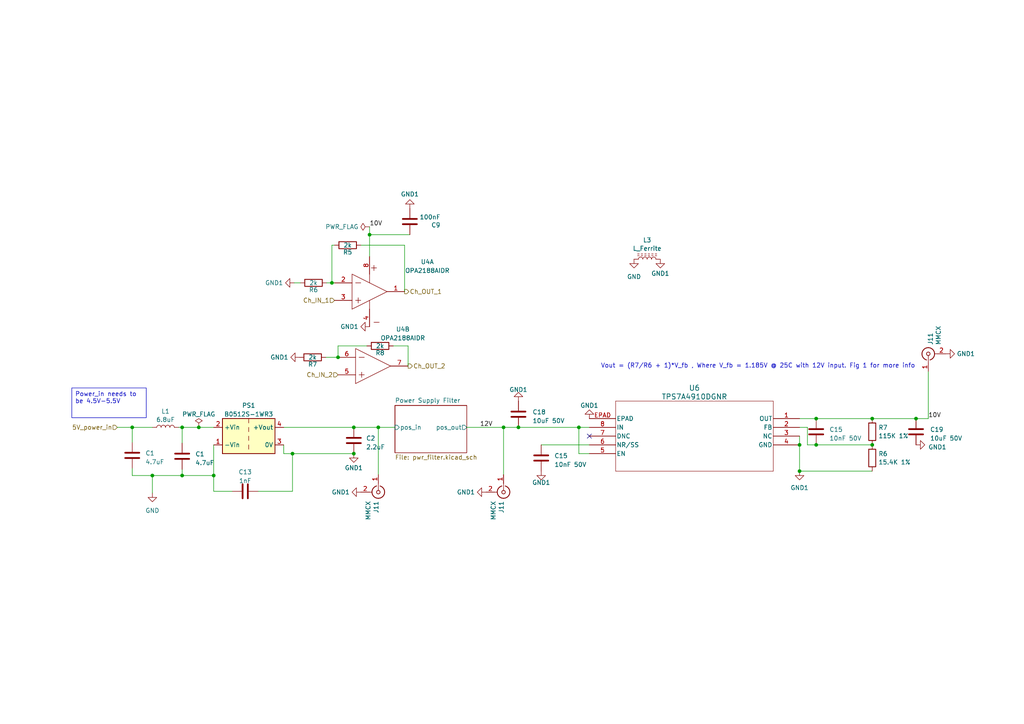
<source format=kicad_sch>
(kicad_sch (version 20230121) (generator eeschema)
  (paper "A4")
  (lib_symbols
    (symbol "0JLC-6:100nF" (pin_numbers hide) (pin_names (offset 0.254))
      (property "Reference" "C" (at 0.635 2.54 0))
      (property "Value" "100nF" (at 0.635 -2.54 0))
      (symbol "100nF_0_1"
        (polyline (pts (xy -2.032 -0.762) (xy 2.032 -0.762)) (stroke (width 0.508)))
        (polyline (pts (xy -2.032 0.762) (xy 2.032 0.762)) (stroke (width 0.508)))
      )
      (symbol "100nF_1_1"
        (pin passive line (at 0 3.81 270) (length 2.794) (name "~") (number "1"))
        (pin passive line (at 0 -3.81 90) (length 2.794) (name "~") (number "2"))
      )
    )
    (symbol "0JLC-6:2K" (pin_numbers hide) (pin_names (offset 0))
      (property "Reference" "R" (at 2.032 0 90))
      (property "Value" "2K" (at 0 0 90))
      (symbol "2K_0_1"
        (rectangle (start -1.016 -2.54) (end 1.016 2.54) (stroke (width 0.254)))
      )
      (symbol "2K_1_1"
        (pin passive line (at 0 3.81 270) (length 1.27) (name "~") (number "1"))
        (pin passive line (at 0 -3.81 90) (length 1.27) (name "~") (number "2"))
      )
    )
    (symbol "0JLC-6:C" (pin_numbers hide) (pin_names (offset 0.254))
      (property "Reference" "C" (at 0.635 2.54 0))
      (property "Value" "C" (at 0.635 -2.54 0))
      (symbol "C_0_1"
        (polyline (pts (xy -2.032 -0.762) (xy 2.032 -0.762)) (stroke (width 0.508)))
        (polyline (pts (xy -2.032 0.762) (xy 2.032 0.762)) (stroke (width 0.508)))
      )
      (symbol "C_1_1"
        (pin passive line (at 0 3.81 270) (length 2.794) (name "~") (number "1"))
        (pin passive line (at 0 -3.81 90) (length 2.794) (name "~") (number "2"))
      )
    )
    (symbol "0JLC-6:R" (pin_numbers hide) (pin_names (offset 0))
      (property "Reference" "R" (at 2.032 0 90))
      (property "Value" "R" (at 0 0 90))
      (symbol "R_0_1"
        (rectangle (start -1.016 -2.54) (end 1.016 2.54) (stroke (width 0.254)))
      )
      (symbol "R_1_1"
        (pin passive line (at 0 3.81 270) (length 1.27) (name "~") (number "1"))
        (pin passive line (at 0 -3.81 90) (length 1.27) (name "~") (number "2"))
      )
    )
    (symbol "0_lph:B0305S-1WR2"
      (property "Reference" "PS1" (at 0 9.3218 0))
      (property "Value" "B0305S-1WR2" (at 0 7.0104 0))
      (symbol "B0305S-1WR2_0_0"
        (pin power_in line (at -10.16 -2.54 0) (length 2.54) (name "-Vin") (number "1"))
        (pin power_in line (at -10.16 2.54 0) (length 2.54) (name "+Vin") (number "2"))
        (pin power_out line (at 10.16 -2.54 180) (length 2.54) (name "0V") (number "3"))
        (pin power_out line (at 10.16 2.54 180) (length 2.54) (name "+Vout") (number "4"))
      )
      (symbol "B0305S-1WR2_0_1"
        (rectangle (start -7.62 5.08) (end 7.62 -5.08) (stroke (width 0.254)) (fill (type background)))
        (polyline (pts (xy 0 -2.54) (xy 0 -3.81)))
        (polyline (pts (xy 0 0) (xy 0 -1.27)))
        (polyline (pts (xy 0 2.54) (xy 0 1.27)))
        (polyline (pts (xy 0 5.08) (xy 0 3.81)))
      )
    )
    (symbol "0_lph:OPA2188AIDR" (pin_names (offset 1.016) hide)
      (property "Reference" "U" (at 0 13.716 0))
      (property "Value" "OPA2188AIDR" (at 10.16 19.05 0))
      (symbol "OPA2188AIDR_1_1"
        (polyline (pts (xy -4.064 -2.54) (xy -2.54 -2.54)) (stroke (width 0.1524)))
        (polyline (pts (xy -4.064 2.54) (xy -2.54 2.54)) (stroke (width 0.1524)))
        (polyline (pts (xy -3.302 -1.778) (xy -3.302 -3.302)) (stroke (width 0.1524)))
        (polyline (pts (xy 0 -2.54) (xy 0 -5.08)) (stroke (width 0.1524)))
        (polyline (pts (xy 0 5.08) (xy 0 2.54)) (stroke (width 0.1524)))
        (polyline (pts (xy 1.27 -8.89) (xy 2.794 -8.89)) (stroke (width 0.1524)))
        (polyline (pts (xy 1.27 7.62) (xy 1.27 6.096)) (stroke (width 0.1524)))
        (polyline (pts (xy -5.08 -5.08) (xy 5.08 0) (xy -5.08 5.08) (xy -5.08 -5.08)) (stroke (width 0.1524)))
        (pin output line (at 10.16 0 180) (length 5.08) (name "OUT_A") (number "1"))
        (pin input line (at -10.16 2.54 0) (length 5.08) (name "IN_A-") (number "2"))
        (pin input line (at -10.16 -2.54 0) (length 5.08) (name "IN_A+") (number "3"))
        (pin power_in line (at 0 -10.16 90) (length 5.08) (name "V-") (number "4"))
        (pin power_in line (at 0 10.16 270) (length 5.08) (name "V+") (number "8"))
      )
      (symbol "OPA2188AIDR_2_1"
        (polyline (pts (xy -4.064 -2.54) (xy -2.54 -2.54)) (stroke (width 0.1524)))
        (polyline (pts (xy -4.064 2.54) (xy -2.54 2.54)) (stroke (width 0.1524)))
        (polyline (pts (xy -3.302 -1.778) (xy -3.302 -3.302)) (stroke (width 0.1524)))
        (polyline (pts (xy -5.08 -5.08) (xy 5.08 0) (xy -5.08 5.08) (xy -5.08 -5.08)) (stroke (width 0.1524)))
        (pin input line (at -10.16 -2.54 0) (length 5.08) (name "IN_B+") (number "5"))
        (pin input line (at -10.16 2.54 0) (length 5.08) (name "IN_B-") (number "6"))
        (pin output line (at 10.16 0 180) (length 5.08) (name "OUT_B") (number "7"))
      )
    )
    (symbol "0_lph:TPS7A4901DGNR" (pin_names (offset 0.254))
      (property "Reference" "U" (at 30.48 10.16 0))
      (property "Value" "TPS7A4901DGNR" (at 30.48 7.62 0))
      (symbol "TPS7A4901DGNR_0_1"
        (polyline (pts (xy 7.62 -15.24) (xy 53.34 -15.24)) (stroke (width 0.127)))
        (polyline (pts (xy 7.62 5.08) (xy 7.62 -15.24)) (stroke (width 0.127)))
        (polyline (pts (xy 53.34 -15.24) (xy 53.34 5.08)) (stroke (width 0.127)))
        (polyline (pts (xy 53.34 5.08) (xy 7.62 5.08)) (stroke (width 0.127)))
        (pin output line (at 0 0 0) (length 7.62) (name "OUT") (number "1"))
        (pin input line (at 0 -2.54 0) (length 7.62) (name "FB") (number "2"))
        (pin unspecified line (at 0 -5.08 0) (length 7.62) (name "NC") (number "3"))
        (pin power_in line (at 0 -7.62 0) (length 7.62) (name "GND") (number "4"))
        (pin unspecified line (at 60.96 -10.16 180) (length 7.62) (name "EN") (number "5"))
        (pin unspecified line (at 60.96 -7.62 180) (length 7.62) (name "NR/SS") (number "6"))
        (pin unspecified line (at 60.96 -5.08 180) (length 7.62) (name "DNC") (number "7"))
        (pin input line (at 60.96 -2.54 180) (length 7.62) (name "IN") (number "8"))
        (pin unspecified line (at 60.96 0 180) (length 7.62) (name "EPAD") (number "EPAD"))
      )
    )
    (symbol "Device:C" (pin_numbers hide) (pin_names (offset 0.254))
      (property "Reference" "C" (at 0.635 2.54 0))
      (property "Value" "C" (at 0.635 -2.54 0))
      (symbol "C_0_1"
        (polyline (pts (xy -2.032 -0.762) (xy 2.032 -0.762)) (stroke (width 0.508)))
        (polyline (pts (xy -2.032 0.762) (xy 2.032 0.762)) (stroke (width 0.508)))
      )
      (symbol "C_1_1"
        (pin passive line (at 0 3.81 270) (length 2.794) (name "~") (number "1"))
        (pin passive line (at 0 -3.81 90) (length 2.794) (name "~") (number "2"))
      )
    )
    (symbol "Device:L" (pin_numbers hide) (pin_names (offset 1.016) hide)
      (property "Reference" "L" (at -1.27 0 90))
      (property "Value" "L" (at 1.905 0 90))
      (symbol "L_0_1"
        (arc (start 0 -2.54) (mid 0.6323 -1.905) (end 0 -1.27))
        (arc (start 0 -1.27) (mid 0.6323 -0.635) (end 0 0))
        (arc (start 0 0) (mid 0.6323 0.635) (end 0 1.27))
        (arc (start 0 1.27) (mid 0.6323 1.905) (end 0 2.54))
      )
      (symbol "L_1_1"
        (pin passive line (at 0 3.81 270) (length 1.27) (name "1") (number "1"))
        (pin passive line (at 0 -3.81 90) (length 1.27) (name "2") (number "2"))
      )
    )
    (symbol "Device:L_Ferrite" (pin_numbers hide) (pin_names (offset 1.016) hide)
      (property "Reference" "L" (at -1.27 0 90))
      (property "Value" "L_Ferrite" (at 2.794 0 90))
      (symbol "L_Ferrite_0_1"
        (arc (start 0 -2.54) (mid 0.6323 -1.905) (end 0 -1.27))
        (arc (start 0 -1.27) (mid 0.6323 -0.635) (end 0 0))
        (polyline (pts (xy 1.016 -2.794) (xy 1.016 -2.286)))
        (polyline (pts (xy 1.016 -1.778) (xy 1.016 -1.27)))
        (polyline (pts (xy 1.016 -0.762) (xy 1.016 -0.254)))
        (polyline (pts (xy 1.016 0.254) (xy 1.016 0.762)))
        (polyline (pts (xy 1.016 1.27) (xy 1.016 1.778)))
        (polyline (pts (xy 1.016 2.286) (xy 1.016 2.794)))
        (polyline (pts (xy 1.524 -2.286) (xy 1.524 -2.794)))
        (polyline (pts (xy 1.524 -1.27) (xy 1.524 -1.778)))
        (polyline (pts (xy 1.524 -0.254) (xy 1.524 -0.762)))
        (polyline (pts (xy 1.524 0.762) (xy 1.524 0.254)))
        (polyline (pts (xy 1.524 1.778) (xy 1.524 1.27)))
        (polyline (pts (xy 1.524 2.794) (xy 1.524 2.286)))
        (arc (start 0 0) (mid 0.6323 0.635) (end 0 1.27))
        (arc (start 0 1.27) (mid 0.6323 1.905) (end 0 2.54))
      )
      (symbol "L_Ferrite_1_1"
        (pin passive line (at 0 3.81 270) (length 1.27) (name "1") (number "1"))
        (pin passive line (at 0 -3.81 90) (length 1.27) (name "2") (number "2"))
      )
    )
    (symbol "OPA2188AIDR_1" (pin_names (offset 1.016) hide)
      (property "Reference" "U" (at 0 13.716 0))
      (property "Value" "OPA2188AIDR" (at 10.16 19.05 0))
      (symbol "OPA2188AIDR_1_1_1"
        (polyline (pts (xy -4.064 -2.54) (xy -2.54 -2.54)) (stroke (width 0.1524)))
        (polyline (pts (xy -4.064 2.54) (xy -2.54 2.54)) (stroke (width 0.1524)))
        (polyline (pts (xy -3.302 -1.778) (xy -3.302 -3.302)) (stroke (width 0.1524)))
        (polyline (pts (xy 0 -2.54) (xy 0 -5.08)) (stroke (width 0.1524)))
        (polyline (pts (xy 0 5.08) (xy 0 2.54)) (stroke (width 0.1524)))
        (polyline (pts (xy 0.508 6.8834) (xy 2.032 6.8834)) (stroke (width 0.1524)))
        (polyline (pts (xy 1.27 -8.89) (xy 2.794 -8.89)) (stroke (width 0.1524)))
        (polyline (pts (xy 1.27 7.62) (xy 1.27 6.096)) (stroke (width 0.1524)))
        (polyline (pts (xy -5.08 -5.08) (xy 5.08 0) (xy -5.08 5.08) (xy -5.08 -5.08)) (stroke (width 0.1524)))
        (pin output line (at 10.16 0 180) (length 5.08) (name "OUT_A") (number "1"))
        (pin input line (at -10.16 2.54 0) (length 5.08) (name "IN_A-") (number "2"))
        (pin input line (at -10.16 -2.54 0) (length 5.08) (name "IN_A+") (number "3"))
        (pin power_in line (at 0 -10.16 90) (length 5.08) (name "V-") (number "4"))
        (pin power_in line (at 0 10.16 270) (length 5.08) (name "V+") (number "8"))
      )
      (symbol "OPA2188AIDR_1_2_1"
        (polyline (pts (xy -4.064 -2.54) (xy -2.54 -2.54)) (stroke (width 0.1524)))
        (polyline (pts (xy -4.064 2.54) (xy -2.54 2.54)) (stroke (width 0.1524)))
        (polyline (pts (xy -3.302 -1.778) (xy -3.302 -3.302)) (stroke (width 0.1524)))
        (polyline (pts (xy -5.08 -5.08) (xy 5.08 0) (xy -5.08 5.08) (xy -5.08 -5.08)) (stroke (width 0.1524)))
        (pin input line (at -10.16 -2.54 0) (length 5.08) (name "IN_B+") (number "5"))
        (pin input line (at -10.16 2.54 0) (length 5.08) (name "IN_B-") (number "6"))
        (pin output line (at 10.16 0 180) (length 5.08) (name "OUT_B") (number "7"))
      )
    )
    (symbol "power:GND" (power) (pin_names (offset 0))
      (property "Value" "GND" (at 0 -3.81 0))
      (symbol "GND_0_1"
        (polyline (pts (xy 0 0) (xy 0 -1.27) (xy 1.27 -1.27) (xy 0 -2.54) (xy -1.27 -1.27) (xy 0 -1.27)))
      )
      (symbol "GND_1_1"
        (pin power_in line (at 0 0 270) (length 0) hide (name "GND") (number "1"))
      )
    )
    (symbol "power:GND1" (power) (pin_names (offset 0))
      (property "Value" "GND1" (at 0 -3.81 0))
      (symbol "GND1_0_1"
        (polyline (pts (xy 0 0) (xy 0 -1.27) (xy 1.27 -1.27) (xy 0 -2.54) (xy -1.27 -1.27) (xy 0 -1.27)))
      )
      (symbol "GND1_1_1"
        (pin power_in line (at 0 0 270) (length 0) hide (name "GND1") (number "1"))
      )
    )
    (symbol "power:PWR_FLAG" (power) (pin_numbers hide) (pin_names (offset 0) hide)
      (property "Value" "PWR_FLAG" (at 0 3.81 0))
      (symbol "PWR_FLAG_0_0"
        (pin power_out line (at 0 0 90) (length 0) (name "pwr") (number "1"))
      )
      (symbol "PWR_FLAG_0_1"
        (polyline (pts (xy 0 0) (xy 0 1.27) (xy -1.016 1.905) (xy 0 2.54) (xy 1.016 1.905) (xy 0 1.27)))
      )
    )
    (symbol "uart_mux-rescue:MMCX-0my_intf" (pin_names (offset 1.016) hide)
      (property "Reference" "J" (at 0.254 3.048 0))
      (property "Value" "MMCX-0my_intf" (at 2.921 0 90))
      (symbol "MMCX-0my_intf_0_1"
        (arc (start -1.778 -0.508) (mid 0.2311 -1.8066) (end 1.778 0) (stroke (width 0.254)))
        (polyline (pts (xy -2.54 0) (xy -0.508 0)))
        (polyline (pts (xy 0 -2.54) (xy 0 -1.778)))
        (circle (center 0 0) (radius 0.508) (stroke (width 0.2032)))
        (arc (start 1.778 0) (mid 0.2099 1.8101) (end -1.778 0.508) (stroke (width 0.254)))
      )
      (symbol "MMCX-0my_intf_1_1"
        (pin passive line (at -5.08 0 0) (length 2.54) (name "In") (number "1"))
        (pin passive line (at 0 -5.08 90) (length 2.54) (name "Ext") (number "2"))
      )
    )
  )
  (junction (at 102.616 131.572))
  (junction (at 52.832 137.922))
  (junction (at 61.976 137.922))
  (junction (at 167.894 123.952))
  (junction (at 38.354 123.952))
  (junction (at 44.196 137.922))
  (junction (at 57.658 123.952))
  (junction (at 231.902 129.032))
  (junction (at 231.902 136.652))
  (junction (at 150.368 123.952))
  (junction (at 107.188 68.072))
  (junction (at 98.044 103.632))
  (junction (at 52.832 123.952))
  (junction (at 109.728 123.952))
  (junction (at 236.728 121.412))
  (junction (at 252.984 129.032))
  (junction (at 252.984 121.412))
  (junction (at 236.728 129.032))
  (junction (at 102.616 123.952))
  (junction (at 96.266 82.042))
  (junction (at 84.836 131.572))
  (junction (at 265.684 121.412))
  (junction (at 146.05 123.952))
  (no_connect (at 170.942 126.492))
  (wire (pts (xy 118.872 68.072) (xy 107.188 68.072)))
  (wire (pts (xy 236.728 121.412) (xy 252.984 121.412)))
  (wire (pts (xy 170.942 131.572) (xy 167.894 131.572)))
  (wire (pts (xy 38.354 137.922) (xy 38.354 135.89)))
  (wire (pts (xy 104.648 71.12) (xy 117.348 71.12)))
  (wire (pts (xy 74.93 142.494) (xy 84.836 142.494)))
  (wire (pts (xy 82.296 123.952) (xy 102.616 123.952)))
  (wire (pts (xy 57.658 123.952) (xy 61.976 123.952)))
  (wire (pts (xy 150.368 123.952) (xy 167.894 123.952)))
  (wire (pts (xy 84.836 142.494) (xy 84.836 131.572)))
  (wire (pts (xy 156.972 129.032) (xy 170.942 129.032)))
  (wire (pts (xy 44.196 137.922) (xy 44.196 143.002)))
  (wire (pts (xy 107.188 68.072) (xy 107.188 74.422)))
  (wire (pts (xy 38.354 123.952) (xy 44.196 123.952)))
  (wire (pts (xy 96.266 71.12) (xy 96.266 82.042)))
  (wire (pts (xy 61.976 137.922) (xy 61.976 142.494)))
  (wire (pts (xy 51.816 123.952) (xy 52.832 123.952)))
  (wire (pts (xy 167.894 123.952) (xy 170.942 123.952)))
  (wire (pts (xy 96.266 82.042) (xy 94.742 82.042)))
  (wire (pts (xy 61.976 129.032) (xy 61.976 137.922)))
  (wire (pts (xy 231.902 136.652) (xy 252.984 136.652)))
  (wire (pts (xy 44.196 137.922) (xy 38.354 137.922)))
  (wire (pts (xy 252.984 121.412) (xy 265.684 121.412)))
  (wire (pts (xy 231.902 136.652) (xy 231.902 129.032)))
  (wire (pts (xy 97.028 82.042) (xy 96.266 82.042)))
  (wire (pts (xy 96.266 71.12) (xy 97.028 71.12)))
  (wire (pts (xy 146.05 123.952) (xy 150.368 123.952)))
  (wire (pts (xy 231.902 123.952) (xy 234.188 123.952)))
  (wire (pts (xy 106.426 100.33) (xy 98.044 100.33)))
  (wire (pts (xy 234.188 129.032) (xy 236.728 129.032)))
  (wire (pts (xy 118.364 100.33) (xy 114.046 100.33)))
  (wire (pts (xy 231.902 126.492) (xy 231.902 129.032)))
  (wire (pts (xy 265.684 121.412) (xy 269.24 121.412)))
  (wire (pts (xy 109.728 137.668) (xy 109.728 123.952)))
  (wire (pts (xy 234.188 123.952) (xy 234.188 129.032)))
  (wire (pts (xy 84.836 131.572) (xy 102.616 131.572)))
  (wire (pts (xy 135.382 123.952) (xy 146.05 123.952)))
  (wire (pts (xy 82.296 131.572) (xy 84.836 131.572)))
  (wire (pts (xy 146.05 137.668) (xy 146.05 123.952)))
  (wire (pts (xy 87.122 82.042) (xy 85.344 82.042)))
  (wire (pts (xy 269.24 107.696) (xy 269.24 121.412)))
  (wire (pts (xy 94.488 103.632) (xy 98.044 103.632)))
  (wire (pts (xy 117.348 84.582) (xy 117.348 71.12)))
  (wire (pts (xy 67.31 142.494) (xy 61.976 142.494)))
  (wire (pts (xy 107.188 68.072) (xy 107.188 65.786)))
  (wire (pts (xy 34.036 123.952) (xy 38.354 123.952)))
  (wire (pts (xy 102.616 123.952) (xy 109.728 123.952)))
  (wire (pts (xy 231.902 121.412) (xy 236.728 121.412)))
  (wire (pts (xy 38.354 123.952) (xy 38.354 128.27)))
  (wire (pts (xy 118.364 106.172) (xy 118.364 100.33)))
  (wire (pts (xy 44.196 137.922) (xy 52.832 137.922)))
  (wire (pts (xy 52.832 123.952) (xy 57.658 123.952)))
  (wire (pts (xy 98.044 100.33) (xy 98.044 103.632)))
  (wire (pts (xy 82.296 129.032) (xy 82.296 131.572)))
  (wire (pts (xy 52.832 137.922) (xy 61.976 137.922)))
  (wire (pts (xy 167.894 131.572) (xy 167.894 123.952)))
  (wire (pts (xy 236.728 129.032) (xy 252.984 129.032)))
  (wire (pts (xy 52.832 136.144) (xy 52.832 137.922)))
  (wire (pts (xy 52.832 128.524) (xy 52.832 123.952)))
  (wire (pts (xy 109.728 123.952) (xy 114.554 123.952)))
  (text_box "Power_in needs to be 4.5V-5.5V\n" (at 20.828 112.522 0) (size 21.59 8.636) (effects (font (size 1.27 1.27)) (justify left top)))
  (text "Vout = (R7/R6 + 1)*V_fb , Where V_fb = 1.185V @ 25C with 12V input. Fig 1 for more info\n" (at 174.244 106.934 0) (effects (font (size 1.27 1.27)) (justify left bottom)))
  (label "10V" (at 107.188 65.786 0))
  (label "12V" (at 139.192 123.952 0))
  (label "10V" (at 269.24 121.412 0))
  (hierarchical_label "Ch_OUT_1" (shape output) (at 117.348 84.582 0))
  (hierarchical_label "Ch_IN_2" (shape input) (at 98.044 108.712 180))
  (hierarchical_label "Ch_IN_1" (shape input) (at 97.028 87.122 180))
  (hierarchical_label "5V_power_in" (shape input) (at 34.036 123.952 180))
  (hierarchical_label "Ch_OUT_2" (shape output) (at 118.364 106.172 0))
  (symbol (lib_id "0JLC-6:R") (at 252.984 125.222 0) (unit 1)
    (property "Reference" "R7" (at 254.762 124.0099 0) (effects (justify left)))
    (property "Value" "115K 1%" (at 254.762 126.4341 0) (effects (justify left)))
    (property "Footprint" "Resistor_SMD:R_0603_1608Metric_Pad0.98x0.95mm_HandSolder" (effects hide))
    (property "LCSC" "C3016434" (effects hide))
  )
  (symbol (lib_id "0JLC-6:C") (at 150.368 120.142 0) (unit 1)
    (property "Reference" "C18" (at 154.432 119.507 0) (effects (justify left)))
    (property "Value" "10uF 50V" (at 154.432 122.047 0) (effects (justify left)))
    (property "Footprint" "Capacitor_SMD:C_0805_2012Metric_Pad1.18x1.45mm_HandSolder" (effects hide))
    (property "LCSC" "C440198" (effects hide))
  )
  (symbol (lib_id "power:GND1") (at 86.868 103.632 270) (unit 1)
    (property "Reference" "#PWR023" (effects hide))
    (property "Value" "GND1" (at 83.693 103.632 90) (effects (justify right)))
  )
  (symbol (lib_id "uart_mux-rescue:MMCX-0my_intf") (at 109.728 142.748 270) (unit 1)
    (property "Reference" "J11" (at 109.093 145.288 0) (effects (justify left)))
    (property "Value" "MMCX" (at 106.7816 145.288 0) (effects (justify left)))
    (property "Footprint" "0_lph:MMCX_JLC" (effects hide))
    (property "Datasheet" " ~" (effects hide))
    (property "LCSC" "C530664" (effects hide))
    (property "MPN" "KH-MMCX-Z" (effects hide))
    (instances (project "i2c_mux" (path "" (reference "J11") (unit 1))) (project "low_power_heater" (path "" (reference "J13") (unit 1))))
  )
  (symbol (lib_id "power:GND") (at 44.196 143.002 0) (unit 1)
    (property "Reference" "#PWR05" (effects hide))
    (property "Value" "GND" (at 44.196 148.082 0))
    (instances (project "low_power_heater" (path "" (reference "#PWR05") (unit 1)) (path "" (reference "#PWR025") (unit 1))))
  )
  (symbol (lib_id "0JLC-6:2K") (at 100.838 71.12 270) (unit 1)
    (property "Reference" "R5" (at 100.838 73.152 90))
    (property "Value" "2k" (at 100.838 71.12 90))
    (property "Footprint" "Resistor_SMD:R_0603_1608Metric_Pad0.98x0.95mm_HandSolder" (effects hide))
    (property "LCSC" "C22975" (effects hide))
    (property "MPN" "0603WAF2001T5E" (effects hide))
    (instances (project "low_power_heater" (path "" (reference "R5") (unit 1)) (path "" (reference "R1") (unit 1))))
  )
  (symbol (lib_id "0JLC-6:R") (at 252.984 132.842 180) (unit 1)
    (property "Reference" "R6" (at 254.762 131.6299 0) (effects (justify right)))
    (property "Value" "15.4K 1%" (at 254.762 134.0541 0) (effects (justify right)))
    (property "Footprint" "Resistor_SMD:R_0603_1608Metric_Pad0.98x0.95mm_HandSolder" (effects hide))
    (property "LCSC" "C2933150" (effects hide))
  )
  (symbol (lib_id "Device:L") (at 48.006 123.952 90) (unit 1)
    (property "Reference" "L1" (at 48.006 119.3024 90))
    (property "Value" "6.8uF" (at 48.006 121.7266 90))
    (property "Footprint" "Inductor_SMD:L_1210_3225Metric_Pad1.42x2.65mm_HandSolder" (effects hide))
    (property "LCSC" "C87559" (effects hide))
    (instances (project "low_power_heater" (path "" (reference "L1") (unit 1)) (path "" (reference "L2") (unit 1))))
  )
  (symbol (lib_id "power:GND1") (at 85.344 82.042 270) (unit 1)
    (property "Reference" "#PWR021" (effects hide))
    (property "Value" "GND1" (at 82.169 82.042 90) (effects (justify right)))
  )
  (symbol (lib_id "Device:L_Ferrite") (at 187.706 75.184 90) (unit 1)
    (property "Reference" "L3" (at 187.706 69.6427 90))
    (property "Value" "L_Ferrite" (at 187.706 72.0669 90))
    (property "Footprint" "Inductor_SMD:L_0603_1608Metric_Pad1.05x0.95mm_HandSolder" (effects hide))
    (property "LCSC" "C113030" (effects hide))
  )
  (symbol (lib_id "0JLC-6:2K") (at 90.678 103.632 270) (unit 1)
    (property "Reference" "R7" (at 90.678 105.664 90))
    (property "Value" "2k" (at 90.678 103.632 90))
    (property "Footprint" "Resistor_SMD:R_0603_1608Metric_Pad0.98x0.95mm_HandSolder" (effects hide))
    (property "LCSC" "C22975" (effects hide))
    (property "MPN" "0603WAF2001T5E" (effects hide))
    (instances (project "low_power_heater" (path "" (reference "R7") (unit 1)) (path "" (reference "R4") (unit 1))))
  )
  (symbol (lib_id "Device:C") (at 102.616 127.762 0) (unit 1)
    (property "Reference" "C2" (at 106.172 127.127 0) (effects (justify left)))
    (property "Value" "2.2uF" (at 106.172 129.667 0) (effects (justify left)))
    (property "Footprint" "Capacitor_SMD:C_0603_1608Metric_Pad1.08x0.95mm_HandSolder" (effects hide))
    (property "LCSC" "C57895" (effects hide))
    (instances (project "low_power_heater" (path "" (reference "C2") (unit 1)) (path "" (reference "C10") (unit 1))))
  )
  (symbol (lib_id "power:GND") (at 183.896 75.184 0) (unit 1)
    (property "Reference" "#PWR05" (effects hide))
    (property "Value" "GND" (at 183.896 80.264 0))
    (instances (project "low_power_heater" (path "" (reference "#PWR05") (unit 1)) (path "" (reference "#PWR026") (unit 1))))
  )
  (symbol (lib_id "power:GND1") (at 156.972 136.652 0) (unit 1)
    (property "Reference" "#PWR035" (effects hide))
    (property "Value" "GND1" (at 156.972 139.954 0))
  )
  (symbol (lib_id "power:GND1") (at 104.648 142.748 270) (unit 1)
    (property "Reference" "#PWR036" (effects hide))
    (property "Value" "GND1" (at 101.473 142.748 90) (effects (justify right)))
  )
  (symbol (lib_id "power:GND1") (at 107.188 94.742 270) (unit 1)
    (property "Reference" "#PWR022" (effects hide))
    (property "Value" "GND1" (at 104.013 94.742 90) (effects (justify right)))
  )
  (symbol (lib_id "0_lph:TPS7A4901DGNR") (at 231.902 121.412 0) (mirror y) (unit 1)
    (property "Reference" "U6" (at 201.422 112.522 0) (effects (font (size 1.524 1.524))))
    (property "Value" "TPS7A4910DGNR" (at 201.422 115.062 0) (effects (font (size 1.524 1.524))))
    (property "Footprint" "0_lph:DGN8_1P89X1P57" (effects hide))
    (property "Datasheet" "TPS7A4901DGNR" (effects hide))
    (property "LCSC" "C16430" (effects hide))
  )
  (symbol (lib_id "0JLC-6:100nF") (at 118.872 64.262 180) (unit 1)
    (property "Reference" "C9" (at 127.762 65.278 0) (effects (justify left)))
    (property "Value" "100nF" (at 127.762 62.9666 0) (effects (justify left)))
    (property "Footprint" "Capacitor_SMD:C_0603_1608Metric_Pad1.08x0.95mm_HandSolder" (effects hide))
    (property "LCSC" "C14663" (effects hide))
    (property "MPN" "CC0603KRX7R9BB104" (effects hide))
  )
  (symbol (lib_id "power:GND1") (at 231.902 136.652 0) (unit 1)
    (property "Reference" "#PWR031" (effects hide))
    (property "Value" "GND1" (at 231.902 141.478 0))
  )
  (symbol (lib_id "uart_mux-rescue:MMCX-0my_intf") (at 146.05 142.748 270) (unit 1)
    (property "Reference" "J11" (at 145.415 145.288 0) (effects (justify left)))
    (property "Value" "MMCX" (at 143.1036 145.288 0) (effects (justify left)))
    (property "Footprint" "0_lph:MMCX_JLC" (effects hide))
    (property "Datasheet" " ~" (effects hide))
    (property "LCSC" "C530664" (effects hide))
    (property "MPN" "KH-MMCX-Z" (effects hide))
    (instances (project "i2c_mux" (path "" (reference "J11") (unit 1))) (project "low_power_heater" (path "" (reference "J12") (unit 1))))
  )
  (symbol (lib_id "power:GND1") (at 265.684 129.032 90) (unit 1)
    (property "Reference" "#PWR033" (effects hide))
    (property "Value" "GND1" (at 269.24 129.667 90) (effects (justify right)))
  )
  (symbol (lib_id "0_lph:B0305S-1WR2") (at 72.136 126.492 0) (unit 1)
    (property "Reference" "PS1" (at 72.136 117.602 0))
    (property "Value" "B0512S-1WR3" (at 72.136 120.142 0))
    (property "Footprint" "Converter_DCDC:Converter_DCDC_Murata_CRE1xxxxxx3C_THT" (effects hide))
    (property "Datasheet" "https://www.mornsun-power.com/html/pdf/B0512S-1WR3.html" (effects hide))
    (property "LCSC" "C80854" (effects hide))
    (property "MPN" "B0305S-1WR2" (effects hide))
    (instances (project "low_power_heater" (path "" (reference "PS1") (unit 1)) (path "" (reference "PS2") (unit 1))))
  )
  (symbol (lib_id "uart_mux-rescue:MMCX-0my_intf") (at 269.24 102.616 90) (unit 1)
    (property "Reference" "J11" (at 269.875 100.076 0) (effects (justify left)))
    (property "Value" "MMCX" (at 272.1864 100.076 0) (effects (justify left)))
    (property "Footprint" "0_lph:MMCX_JLC" (effects hide))
    (property "Datasheet" " ~" (effects hide))
    (property "LCSC" "C530664" (effects hide))
    (property "MPN" "KH-MMCX-Z" (effects hide))
    (instances (project "i2c_mux" (path "" (reference "J11") (unit 1))) (project "low_power_heater" (path "" (reference "J14") (unit 1))))
  )
  (symbol (lib_id "Device:C") (at 156.972 132.842 0) (unit 1)
    (property "Reference" "C15" (at 160.782 132.207 0) (effects (justify left)))
    (property "Value" "10nF 50V" (at 160.782 134.747 0) (effects (justify left)))
    (property "Footprint" "Capacitor_SMD:C_0603_1608Metric_Pad1.08x0.95mm_HandSolder" (effects hide))
    (property "LCSC" "C57112" (effects hide))
    (instances (project "low_power_heater" (path "" (reference "C15") (unit 1)) (path "" (reference "C22") (unit 1))))
  )
  (symbol (lib_id "0JLC-6:C") (at 265.684 125.222 0) (unit 1)
    (property "Reference" "C19" (at 269.748 124.587 0) (effects (justify left)))
    (property "Value" "10uF 50V" (at 269.748 127.127 0) (effects (justify left)))
    (property "Footprint" "Capacitor_SMD:C_0805_2012Metric_Pad1.18x1.45mm_HandSolder" (effects hide))
    (property "LCSC" "C440198" (effects hide))
  )
  (symbol (lib_id "0_lph:OPA2188AIDR") (at 108.204 106.172 0) (unit 2)
    (property "Reference" "U4" (at 116.84 95.504 0))
    (property "Value" "OPA2188AIDR" (at 116.84 98.044 0))
    (property "Footprint" "0_lph:SOIC-8_L4.9-W3.9-P1.27-LS6.0-BL" (effects hide))
    (property "Datasheet" "http://www.szlcsc.com/product/details_17956.html" (effects hide))
    (property "SuppliersPartNumber" "C17271" (effects hide))
    (property "uuid" "std:8d1cf2e72c08f983d700c0625964d871" (effects hide))
  )
  (symbol (lib_id "Device:C") (at 52.832 132.334 0) (unit 1)
    (property "Reference" "C1" (at 56.642 131.699 0) (effects (justify left)))
    (property "Value" "4.7uF" (at 56.642 134.239 0) (effects (justify left)))
    (property "Footprint" "Capacitor_SMD:C_1206_3216Metric_Pad1.33x1.80mm_HandSolder" (effects hide))
    (property "LCSC" "C1872" (effects hide))
    (instances (project "low_power_heater" (path "" (reference "C1") (unit 1)) (path "" (reference "C12") (unit 1))))
  )
  (symbol (lib_id "power:PWR_FLAG") (at 107.188 65.786 90) (unit 1)
    (property "Reference" "#FLG03" (effects hide))
    (property "Value" "PWR_FLAG" (at 104.0131 65.786 90) (effects (justify left)))
  )
  (symbol (lib_id "Device:C") (at 71.12 142.494 90) (unit 1)
    (property "Reference" "C13" (at 71.12 136.906 90))
    (property "Value" "1nF" (at 71.12 139.446 90))
    (property "Footprint" "Capacitor_SMD:C_1812_4532Metric_Pad1.57x3.40mm_HandSolder" (effects hide))
    (property "LCSC" "C182470" (effects hide))
  )
  (symbol (lib_id "power:GND1") (at 170.942 121.412 180) (unit 1)
    (property "Reference" "#PWR032" (effects hide))
    (property "Value" "GND1" (at 170.942 117.602 0))
  )
  (symbol (lib_id "power:GND1") (at 274.32 102.616 90) (unit 1)
    (property "Reference" "#PWR038" (effects hide))
    (property "Value" "GND1" (at 277.495 102.616 90) (effects (justify right)))
  )
  (symbol (lib_id "Device:C") (at 236.728 125.222 0) (unit 1)
    (property "Reference" "C15" (at 240.538 124.587 0) (effects (justify left)))
    (property "Value" "10nF 50V" (at 240.538 127.127 0) (effects (justify left)))
    (property "Footprint" "Capacitor_SMD:C_0603_1608Metric_Pad1.08x0.95mm_HandSolder" (effects hide))
    (property "LCSC" "C57112" (effects hide))
    (instances (project "low_power_heater" (path "" (reference "C15") (unit 1)) (path "" (reference "C21") (unit 1))))
  )
  (symbol (lib_id "power:GND1") (at 150.368 116.332 180) (unit 1)
    (property "Reference" "#PWR034" (effects hide))
    (property "Value" "GND1" (at 150.368 113.03 0))
  )
  (symbol (lib_id "power:GND1") (at 102.616 131.572 0) (unit 1)
    (property "Reference" "#PWR024" (effects hide))
    (property "Value" "GND1" (at 102.616 135.7051 0))
  )
  (symbol (lib_id "0JLC-6:2K") (at 90.932 82.042 270) (unit 1)
    (property "Reference" "R6" (at 90.932 84.074 90))
    (property "Value" "2k" (at 90.932 82.042 90))
    (property "Footprint" "Resistor_SMD:R_0603_1608Metric_Pad0.98x0.95mm_HandSolder" (effects hide))
    (property "LCSC" "C22975" (effects hide))
    (property "MPN" "0603WAF2001T5E" (effects hide))
    (instances (project "low_power_heater" (path "" (reference "R6") (unit 1)) (path "" (reference "R2") (unit 1))))
  )
  (symbol (lib_id "power:GND1") (at 191.516 75.184 0) (unit 1)
    (property "Reference" "#PWR027" (effects hide))
    (property "Value" "GND1" (at 191.516 79.3171 0))
  )
  (symbol (lib_id "power:PWR_FLAG") (at 57.658 123.952 0) (unit 1)
    (property "Reference" "#FLG02" (effects hide))
    (property "Value" "PWR_FLAG" (at 57.658 120.142 0))
    (instances (project "low_power_heater" (path "" (reference "#FLG02") (unit 1)) (path "" (reference "#FLG04") (unit 1))))
  )
  (symbol (lib_id "0JLC-6:2K") (at 110.236 100.33 270) (unit 1)
    (property "Reference" "R8" (at 110.236 102.362 90))
    (property "Value" "2k" (at 110.236 100.33 90))
    (property "Footprint" "Resistor_SMD:R_0603_1608Metric_Pad0.98x0.95mm_HandSolder" (effects hide))
    (property "LCSC" "C22975" (effects hide))
    (property "MPN" "0603WAF2001T5E" (effects hide))
    (instances (project "low_power_heater" (path "" (reference "R8") (unit 1)) (path "" (reference "R3") (unit 1))))
  )
  (symbol (lib_id "Device:C") (at 38.354 132.08 0) (unit 1)
    (property "Reference" "C1" (at 42.164 131.445 0) (effects (justify left)))
    (property "Value" "4.7uF" (at 42.164 133.985 0) (effects (justify left)))
    (property "Footprint" "Capacitor_SMD:C_1206_3216Metric_Pad1.33x1.80mm_HandSolder" (effects hide))
    (property "LCSC" "C1872" (effects hide))
    (instances (project "low_power_heater" (path "" (reference "C1") (unit 1)) (path "" (reference "C11") (unit 1))))
  )
  (symbol (lib_id "power:GND1") (at 140.97 142.748 270) (unit 1)
    (property "Reference" "#PWR037" (effects hide))
    (property "Value" "GND1" (at 137.795 142.748 90) (effects (justify right)))
  )
  (symbol (lib_name "OPA2188AIDR_1") (lib_id "0_lph:OPA2188AIDR") (at 107.188 84.582 0) (unit 1)
    (property "Reference" "U4" (at 123.952 75.946 0))
    (property "Value" "OPA2188AIDR" (at 123.952 78.486 0))
    (property "Footprint" "0_lph:SOIC-8_L4.9-W3.9-P1.27-LS6.0-BL" (effects hide))
    (property "Datasheet" "http://www.szlcsc.com/product/details_17956.html" (effects hide))
    (property "SuppliersPartNumber" "C17271" (effects hide))
    (property "uuid" "std:8d1cf2e72c08f983d700c0625964d871" (effects hide))
  )
  (symbol (lib_id "power:GND1") (at 118.872 60.452 180) (unit 1)
    (property "Reference" "#PWR020" (effects hide))
    (property "Value" "GND1" (at 118.872 56.3189 0))
  )
  (sheet (at 114.554 117.602) (size 20.828 13.716) (stroke (width 0.1524))
    (property "Sheetname" "Power Supply Filter" (at 114.554 116.8904 0) (effects (justify left bottom)))
    (property "Sheetfile" "pwr_filter.kicad_sch" (at 114.554 131.9026 0) (effects (justify left top)))
    (pin "pos_out" output (at 135.382 123.952 0))
    (pin "pos_in" input (at 114.554 123.952 180))
  )
)
</source>
